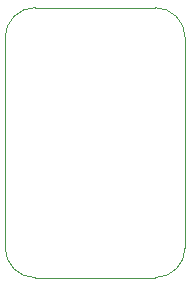
<source format=gbr>
%TF.GenerationSoftware,KiCad,Pcbnew,(6.0.9-0)*%
%TF.CreationDate,2024-06-20T10:22:48+02:00*%
%TF.ProjectId,pot-adapter,706f742d-6164-4617-9074-65722e6b6963,rev?*%
%TF.SameCoordinates,Original*%
%TF.FileFunction,Profile,NP*%
%FSLAX46Y46*%
G04 Gerber Fmt 4.6, Leading zero omitted, Abs format (unit mm)*
G04 Created by KiCad (PCBNEW (6.0.9-0)) date 2024-06-20 10:22:48*
%MOMM*%
%LPD*%
G01*
G04 APERTURE LIST*
%TA.AperFunction,Profile*%
%ADD10C,0.100000*%
%TD*%
G04 APERTURE END LIST*
D10*
X116840000Y-132080000D02*
G75*
G03*
X119380000Y-129540000I0J2540000D01*
G01*
X104140000Y-111760000D02*
X104140000Y-129540000D01*
X119380000Y-111760000D02*
G75*
G03*
X116840000Y-109220000I-2540000J0D01*
G01*
X106680000Y-132080000D02*
X116840000Y-132080000D01*
X104140000Y-129540000D02*
G75*
G03*
X106680000Y-132080000I2540000J0D01*
G01*
X119380000Y-111760000D02*
X119380000Y-129540000D01*
X106680000Y-109220000D02*
G75*
G03*
X104140000Y-111760000I0J-2540000D01*
G01*
X106680000Y-109220000D02*
X116840000Y-109220000D01*
M02*

</source>
